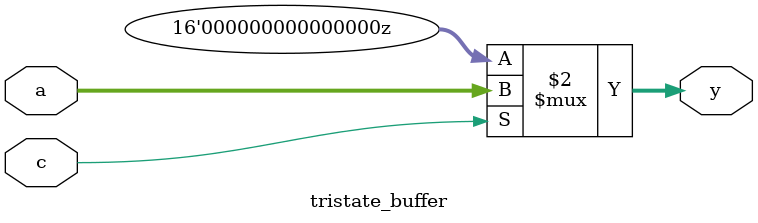
<source format=sv>
`timescale 1ns / 1ps

module tristate_buffer #(
    parameter int WIDTH = 16
) (
    input logic [WIDTH - 1:0] a,
    input logic c,
    output logic [WIDTH - 1:0] y
);

  assign y = c ? a : 1'bz;

endmodule

</source>
